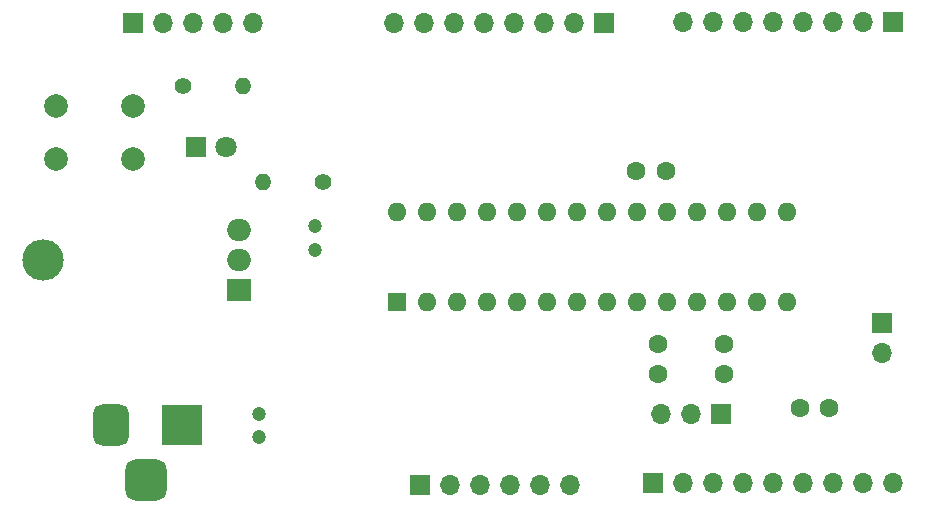
<source format=gbr>
%TF.GenerationSoftware,KiCad,Pcbnew,8.0.5*%
%TF.CreationDate,2025-01-06T05:05:23+01:00*%
%TF.ProjectId,my_Project2,6d795f50-726f-46a6-9563-74322e6b6963,rev?*%
%TF.SameCoordinates,Original*%
%TF.FileFunction,Soldermask,Top*%
%TF.FilePolarity,Negative*%
%FSLAX46Y46*%
G04 Gerber Fmt 4.6, Leading zero omitted, Abs format (unit mm)*
G04 Created by KiCad (PCBNEW 8.0.5) date 2025-01-06 05:05:23*
%MOMM*%
%LPD*%
G01*
G04 APERTURE LIST*
G04 Aperture macros list*
%AMRoundRect*
0 Rectangle with rounded corners*
0 $1 Rounding radius*
0 $2 $3 $4 $5 $6 $7 $8 $9 X,Y pos of 4 corners*
0 Add a 4 corners polygon primitive as box body*
4,1,4,$2,$3,$4,$5,$6,$7,$8,$9,$2,$3,0*
0 Add four circle primitives for the rounded corners*
1,1,$1+$1,$2,$3*
1,1,$1+$1,$4,$5*
1,1,$1+$1,$6,$7*
1,1,$1+$1,$8,$9*
0 Add four rect primitives between the rounded corners*
20,1,$1+$1,$2,$3,$4,$5,0*
20,1,$1+$1,$4,$5,$6,$7,0*
20,1,$1+$1,$6,$7,$8,$9,0*
20,1,$1+$1,$8,$9,$2,$3,0*%
G04 Aperture macros list end*
%ADD10C,1.400000*%
%ADD11O,1.400000X1.400000*%
%ADD12C,1.200000*%
%ADD13C,1.600000*%
%ADD14C,2.000000*%
%ADD15R,1.700000X1.700000*%
%ADD16O,1.700000X1.700000*%
%ADD17R,3.500000X3.500000*%
%ADD18RoundRect,0.750000X-0.750000X-1.000000X0.750000X-1.000000X0.750000X1.000000X-0.750000X1.000000X0*%
%ADD19RoundRect,0.875000X-0.875000X-0.875000X0.875000X-0.875000X0.875000X0.875000X-0.875000X0.875000X0*%
%ADD20O,3.500000X3.500000*%
%ADD21R,2.000000X1.905000*%
%ADD22O,2.000000X1.905000*%
%ADD23R,1.800000X1.800000*%
%ADD24C,1.800000*%
%ADD25R,1.600000X1.600000*%
%ADD26O,1.600000X1.600000*%
G04 APERTURE END LIST*
D10*
%TO.C,R2*%
X86741000Y-48514000D03*
D11*
X91821000Y-48514000D03*
%TD*%
D12*
%TO.C,C2*%
X97900000Y-60400000D03*
X97900000Y-62400000D03*
%TD*%
%TO.C,C1*%
X93218000Y-76300500D03*
X93218000Y-78300500D03*
%TD*%
D13*
%TO.C,C5*%
X127000000Y-70398000D03*
X127000000Y-72898000D03*
%TD*%
D14*
%TO.C,SW1*%
X75998000Y-50201000D03*
X82498000Y-50201000D03*
X75998000Y-54701000D03*
X82498000Y-54701000D03*
%TD*%
D15*
%TO.C,J6*%
X132334000Y-76327000D03*
D16*
X129794000Y-76327000D03*
X127254000Y-76327000D03*
%TD*%
D17*
%TO.C,J1*%
X86645000Y-77216000D03*
D18*
X80645000Y-77216000D03*
D19*
X83645000Y-81916000D03*
%TD*%
D15*
%TO.C,J3*%
X145923000Y-68580000D03*
D16*
X145923000Y-71120000D03*
%TD*%
D11*
%TO.C,R1*%
X93520000Y-56700000D03*
D10*
X98600000Y-56700000D03*
%TD*%
D20*
%TO.C,U2*%
X74866000Y-63246000D03*
D21*
X91526000Y-65786000D03*
D22*
X91526000Y-63246000D03*
X91526000Y-60706000D03*
%TD*%
D15*
%TO.C,J2*%
X126517000Y-82169000D03*
D16*
X129057000Y-82169000D03*
X131597000Y-82169000D03*
X134137000Y-82169000D03*
X136677000Y-82169000D03*
X139217000Y-82169000D03*
X141757000Y-82169000D03*
X144297000Y-82169000D03*
X146837000Y-82169000D03*
%TD*%
D13*
%TO.C,C6*%
X132588000Y-72898000D03*
X132588000Y-70398000D03*
%TD*%
%TO.C,C4*%
X138978000Y-75819000D03*
X141478000Y-75819000D03*
%TD*%
D23*
%TO.C,D1*%
X87884000Y-53721000D03*
D24*
X90424000Y-53721000D03*
%TD*%
D15*
%TO.C,J7*%
X106807000Y-82296000D03*
D16*
X109347000Y-82296000D03*
X111887000Y-82296000D03*
X114427000Y-82296000D03*
X116967000Y-82296000D03*
X119507000Y-82296000D03*
%TD*%
D15*
%TO.C,J4*%
X122428000Y-43180000D03*
D16*
X119888000Y-43180000D03*
X117348000Y-43180000D03*
X114808000Y-43180000D03*
X112268000Y-43180000D03*
X109728000Y-43180000D03*
X107188000Y-43180000D03*
X104648000Y-43180000D03*
%TD*%
D13*
%TO.C,C3*%
X127635000Y-55753000D03*
X125135000Y-55753000D03*
%TD*%
D15*
%TO.C,J8*%
X82550000Y-43180000D03*
D16*
X85090000Y-43180000D03*
X87630000Y-43180000D03*
X90170000Y-43180000D03*
X92710000Y-43180000D03*
%TD*%
D25*
%TO.C,U1*%
X104902000Y-66802000D03*
D26*
X107442000Y-66802000D03*
X109982000Y-66802000D03*
X112522000Y-66802000D03*
X115062000Y-66802000D03*
X117602000Y-66802000D03*
X120142000Y-66802000D03*
X122682000Y-66802000D03*
X125222000Y-66802000D03*
X127762000Y-66802000D03*
X130302000Y-66802000D03*
X132842000Y-66802000D03*
X135382000Y-66802000D03*
X137922000Y-66802000D03*
X137922000Y-59182000D03*
X135382000Y-59182000D03*
X132842000Y-59182000D03*
X130302000Y-59182000D03*
X127762000Y-59182000D03*
X125222000Y-59182000D03*
X122682000Y-59182000D03*
X120142000Y-59182000D03*
X117602000Y-59182000D03*
X115062000Y-59182000D03*
X112522000Y-59182000D03*
X109982000Y-59182000D03*
X107442000Y-59182000D03*
X104902000Y-59182000D03*
%TD*%
D15*
%TO.C,J5*%
X146827000Y-43155000D03*
D16*
X144287000Y-43155000D03*
X141747000Y-43155000D03*
X139207000Y-43155000D03*
X136667000Y-43155000D03*
X134127000Y-43155000D03*
X131587000Y-43155000D03*
X129047000Y-43155000D03*
%TD*%
M02*

</source>
